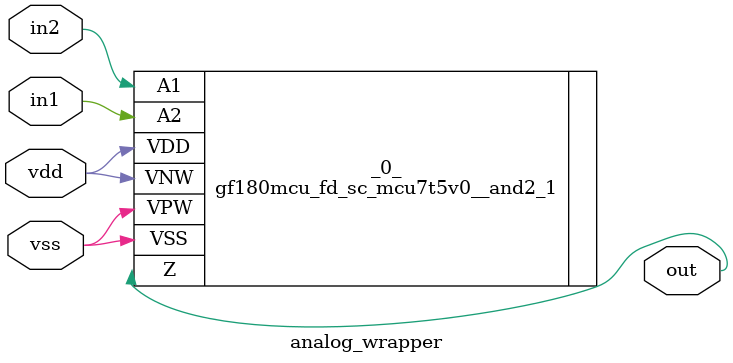
<source format=v>
module analog_wrapper (in1,
    in2,
    out,
    vdd,
    vss);
 input in1;
 input in2;
 output out;
 input vdd;
 input vss;


 gf180mcu_fd_sc_mcu7t5v0__and2_1 _0_ (.A1(in2),
    .A2(in1),
    .Z(out),
    .VDD(vdd),
    .VNW(vdd),
    .VPW(vss),
    .VSS(vss));
endmodule

</source>
